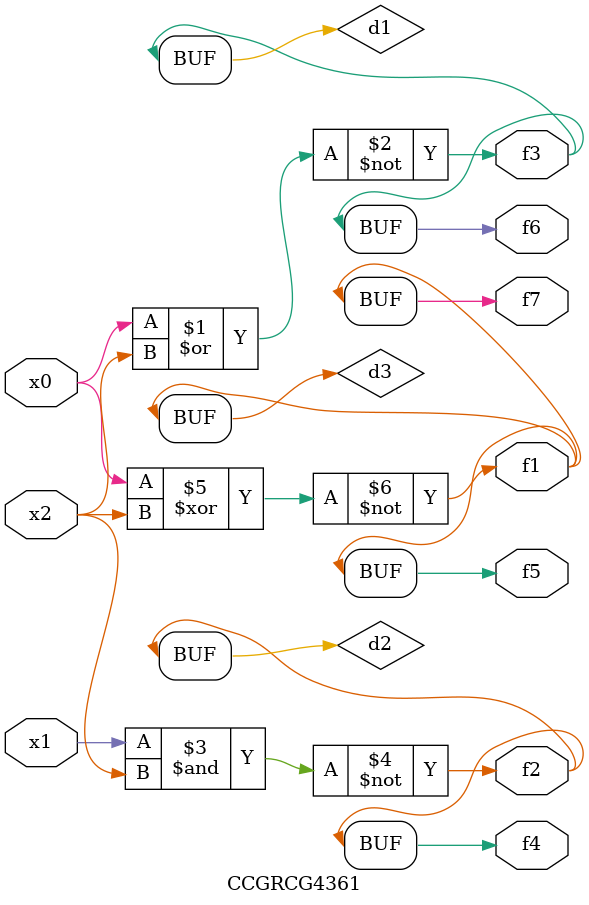
<source format=v>
module CCGRCG4361(
	input x0, x1, x2,
	output f1, f2, f3, f4, f5, f6, f7
);

	wire d1, d2, d3;

	nor (d1, x0, x2);
	nand (d2, x1, x2);
	xnor (d3, x0, x2);
	assign f1 = d3;
	assign f2 = d2;
	assign f3 = d1;
	assign f4 = d2;
	assign f5 = d3;
	assign f6 = d1;
	assign f7 = d3;
endmodule

</source>
